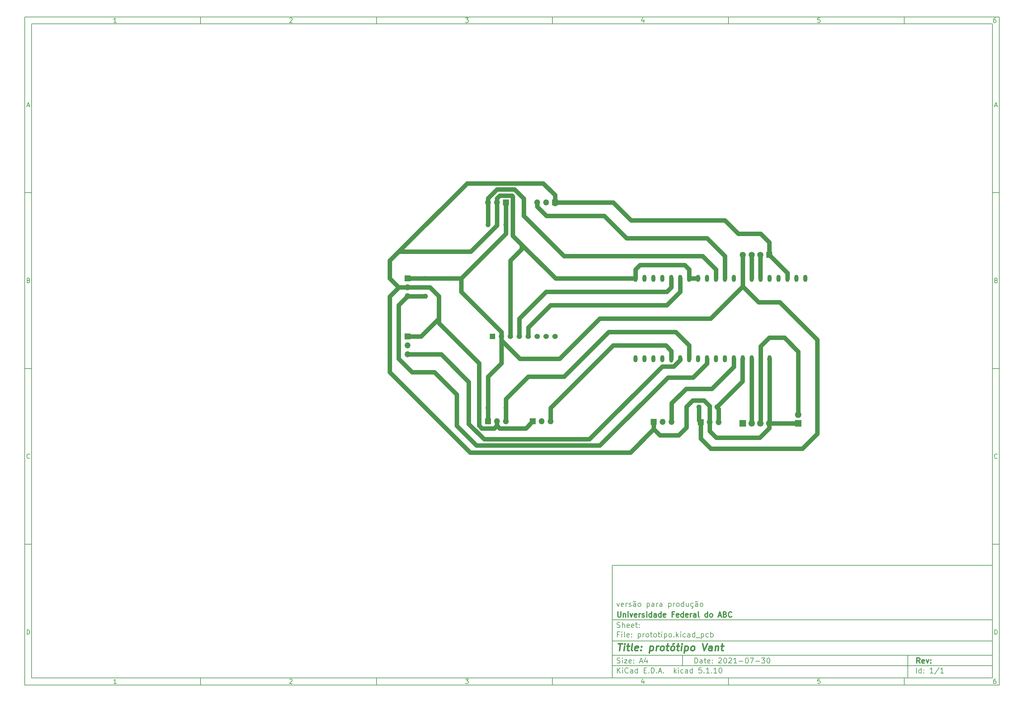
<source format=gbr>
%TF.GenerationSoftware,KiCad,Pcbnew,5.1.10*%
%TF.CreationDate,2021-08-11T12:17:18-03:00*%
%TF.ProjectId,prototipo,70726f74-6f74-4697-906f-2e6b69636164,rev?*%
%TF.SameCoordinates,Original*%
%TF.FileFunction,Copper,L2,Bot*%
%TF.FilePolarity,Positive*%
%FSLAX46Y46*%
G04 Gerber Fmt 4.6, Leading zero omitted, Abs format (unit mm)*
G04 Created by KiCad (PCBNEW 5.1.10) date 2021-08-11 12:17:18*
%MOMM*%
%LPD*%
G01*
G04 APERTURE LIST*
%ADD10C,0.100000*%
%ADD11C,0.150000*%
%ADD12C,0.300000*%
%ADD13C,0.400000*%
%TA.AperFunction,ComponentPad*%
%ADD14R,1.850000X1.850000*%
%TD*%
%TA.AperFunction,ComponentPad*%
%ADD15C,1.850000*%
%TD*%
%TA.AperFunction,ComponentPad*%
%ADD16O,1.200000X2.000000*%
%TD*%
%TA.AperFunction,ComponentPad*%
%ADD17O,1.700000X1.700000*%
%TD*%
%TA.AperFunction,ComponentPad*%
%ADD18R,1.700000X1.700000*%
%TD*%
%TA.AperFunction,ComponentPad*%
%ADD19C,1.400000*%
%TD*%
%TA.AperFunction,ComponentPad*%
%ADD20O,1.400000X1.400000*%
%TD*%
%TA.AperFunction,ComponentPad*%
%ADD21C,1.524000*%
%TD*%
%TA.AperFunction,ComponentPad*%
%ADD22R,1.524000X1.524000*%
%TD*%
%TA.AperFunction,ComponentPad*%
%ADD23R,1.750000X1.750000*%
%TD*%
%TA.AperFunction,ComponentPad*%
%ADD24C,1.750000*%
%TD*%
%TA.AperFunction,Conductor*%
%ADD25C,1.250000*%
%TD*%
%TA.AperFunction,Conductor*%
%ADD26C,0.800000*%
%TD*%
G04 APERTURE END LIST*
D10*
D11*
X177002200Y-166007200D02*
X177002200Y-198007200D01*
X285002200Y-198007200D01*
X285002200Y-166007200D01*
X177002200Y-166007200D01*
D10*
D11*
X10000000Y-10000000D02*
X10000000Y-200007200D01*
X287002200Y-200007200D01*
X287002200Y-10000000D01*
X10000000Y-10000000D01*
D10*
D11*
X12000000Y-12000000D02*
X12000000Y-198007200D01*
X285002200Y-198007200D01*
X285002200Y-12000000D01*
X12000000Y-12000000D01*
D10*
D11*
X60000000Y-12000000D02*
X60000000Y-10000000D01*
D10*
D11*
X110000000Y-12000000D02*
X110000000Y-10000000D01*
D10*
D11*
X160000000Y-12000000D02*
X160000000Y-10000000D01*
D10*
D11*
X210000000Y-12000000D02*
X210000000Y-10000000D01*
D10*
D11*
X260000000Y-12000000D02*
X260000000Y-10000000D01*
D10*
D11*
X36065476Y-11588095D02*
X35322619Y-11588095D01*
X35694047Y-11588095D02*
X35694047Y-10288095D01*
X35570238Y-10473809D01*
X35446428Y-10597619D01*
X35322619Y-10659523D01*
D10*
D11*
X85322619Y-10411904D02*
X85384523Y-10350000D01*
X85508333Y-10288095D01*
X85817857Y-10288095D01*
X85941666Y-10350000D01*
X86003571Y-10411904D01*
X86065476Y-10535714D01*
X86065476Y-10659523D01*
X86003571Y-10845238D01*
X85260714Y-11588095D01*
X86065476Y-11588095D01*
D10*
D11*
X135260714Y-10288095D02*
X136065476Y-10288095D01*
X135632142Y-10783333D01*
X135817857Y-10783333D01*
X135941666Y-10845238D01*
X136003571Y-10907142D01*
X136065476Y-11030952D01*
X136065476Y-11340476D01*
X136003571Y-11464285D01*
X135941666Y-11526190D01*
X135817857Y-11588095D01*
X135446428Y-11588095D01*
X135322619Y-11526190D01*
X135260714Y-11464285D01*
D10*
D11*
X185941666Y-10721428D02*
X185941666Y-11588095D01*
X185632142Y-10226190D02*
X185322619Y-11154761D01*
X186127380Y-11154761D01*
D10*
D11*
X236003571Y-10288095D02*
X235384523Y-10288095D01*
X235322619Y-10907142D01*
X235384523Y-10845238D01*
X235508333Y-10783333D01*
X235817857Y-10783333D01*
X235941666Y-10845238D01*
X236003571Y-10907142D01*
X236065476Y-11030952D01*
X236065476Y-11340476D01*
X236003571Y-11464285D01*
X235941666Y-11526190D01*
X235817857Y-11588095D01*
X235508333Y-11588095D01*
X235384523Y-11526190D01*
X235322619Y-11464285D01*
D10*
D11*
X285941666Y-10288095D02*
X285694047Y-10288095D01*
X285570238Y-10350000D01*
X285508333Y-10411904D01*
X285384523Y-10597619D01*
X285322619Y-10845238D01*
X285322619Y-11340476D01*
X285384523Y-11464285D01*
X285446428Y-11526190D01*
X285570238Y-11588095D01*
X285817857Y-11588095D01*
X285941666Y-11526190D01*
X286003571Y-11464285D01*
X286065476Y-11340476D01*
X286065476Y-11030952D01*
X286003571Y-10907142D01*
X285941666Y-10845238D01*
X285817857Y-10783333D01*
X285570238Y-10783333D01*
X285446428Y-10845238D01*
X285384523Y-10907142D01*
X285322619Y-11030952D01*
D10*
D11*
X60000000Y-198007200D02*
X60000000Y-200007200D01*
D10*
D11*
X110000000Y-198007200D02*
X110000000Y-200007200D01*
D10*
D11*
X160000000Y-198007200D02*
X160000000Y-200007200D01*
D10*
D11*
X210000000Y-198007200D02*
X210000000Y-200007200D01*
D10*
D11*
X260000000Y-198007200D02*
X260000000Y-200007200D01*
D10*
D11*
X36065476Y-199595295D02*
X35322619Y-199595295D01*
X35694047Y-199595295D02*
X35694047Y-198295295D01*
X35570238Y-198481009D01*
X35446428Y-198604819D01*
X35322619Y-198666723D01*
D10*
D11*
X85322619Y-198419104D02*
X85384523Y-198357200D01*
X85508333Y-198295295D01*
X85817857Y-198295295D01*
X85941666Y-198357200D01*
X86003571Y-198419104D01*
X86065476Y-198542914D01*
X86065476Y-198666723D01*
X86003571Y-198852438D01*
X85260714Y-199595295D01*
X86065476Y-199595295D01*
D10*
D11*
X135260714Y-198295295D02*
X136065476Y-198295295D01*
X135632142Y-198790533D01*
X135817857Y-198790533D01*
X135941666Y-198852438D01*
X136003571Y-198914342D01*
X136065476Y-199038152D01*
X136065476Y-199347676D01*
X136003571Y-199471485D01*
X135941666Y-199533390D01*
X135817857Y-199595295D01*
X135446428Y-199595295D01*
X135322619Y-199533390D01*
X135260714Y-199471485D01*
D10*
D11*
X185941666Y-198728628D02*
X185941666Y-199595295D01*
X185632142Y-198233390D02*
X185322619Y-199161961D01*
X186127380Y-199161961D01*
D10*
D11*
X236003571Y-198295295D02*
X235384523Y-198295295D01*
X235322619Y-198914342D01*
X235384523Y-198852438D01*
X235508333Y-198790533D01*
X235817857Y-198790533D01*
X235941666Y-198852438D01*
X236003571Y-198914342D01*
X236065476Y-199038152D01*
X236065476Y-199347676D01*
X236003571Y-199471485D01*
X235941666Y-199533390D01*
X235817857Y-199595295D01*
X235508333Y-199595295D01*
X235384523Y-199533390D01*
X235322619Y-199471485D01*
D10*
D11*
X285941666Y-198295295D02*
X285694047Y-198295295D01*
X285570238Y-198357200D01*
X285508333Y-198419104D01*
X285384523Y-198604819D01*
X285322619Y-198852438D01*
X285322619Y-199347676D01*
X285384523Y-199471485D01*
X285446428Y-199533390D01*
X285570238Y-199595295D01*
X285817857Y-199595295D01*
X285941666Y-199533390D01*
X286003571Y-199471485D01*
X286065476Y-199347676D01*
X286065476Y-199038152D01*
X286003571Y-198914342D01*
X285941666Y-198852438D01*
X285817857Y-198790533D01*
X285570238Y-198790533D01*
X285446428Y-198852438D01*
X285384523Y-198914342D01*
X285322619Y-199038152D01*
D10*
D11*
X10000000Y-60000000D02*
X12000000Y-60000000D01*
D10*
D11*
X10000000Y-110000000D02*
X12000000Y-110000000D01*
D10*
D11*
X10000000Y-160000000D02*
X12000000Y-160000000D01*
D10*
D11*
X10690476Y-35216666D02*
X11309523Y-35216666D01*
X10566666Y-35588095D02*
X11000000Y-34288095D01*
X11433333Y-35588095D01*
D10*
D11*
X11092857Y-84907142D02*
X11278571Y-84969047D01*
X11340476Y-85030952D01*
X11402380Y-85154761D01*
X11402380Y-85340476D01*
X11340476Y-85464285D01*
X11278571Y-85526190D01*
X11154761Y-85588095D01*
X10659523Y-85588095D01*
X10659523Y-84288095D01*
X11092857Y-84288095D01*
X11216666Y-84350000D01*
X11278571Y-84411904D01*
X11340476Y-84535714D01*
X11340476Y-84659523D01*
X11278571Y-84783333D01*
X11216666Y-84845238D01*
X11092857Y-84907142D01*
X10659523Y-84907142D01*
D10*
D11*
X11402380Y-135464285D02*
X11340476Y-135526190D01*
X11154761Y-135588095D01*
X11030952Y-135588095D01*
X10845238Y-135526190D01*
X10721428Y-135402380D01*
X10659523Y-135278571D01*
X10597619Y-135030952D01*
X10597619Y-134845238D01*
X10659523Y-134597619D01*
X10721428Y-134473809D01*
X10845238Y-134350000D01*
X11030952Y-134288095D01*
X11154761Y-134288095D01*
X11340476Y-134350000D01*
X11402380Y-134411904D01*
D10*
D11*
X10659523Y-185588095D02*
X10659523Y-184288095D01*
X10969047Y-184288095D01*
X11154761Y-184350000D01*
X11278571Y-184473809D01*
X11340476Y-184597619D01*
X11402380Y-184845238D01*
X11402380Y-185030952D01*
X11340476Y-185278571D01*
X11278571Y-185402380D01*
X11154761Y-185526190D01*
X10969047Y-185588095D01*
X10659523Y-185588095D01*
D10*
D11*
X287002200Y-60000000D02*
X285002200Y-60000000D01*
D10*
D11*
X287002200Y-110000000D02*
X285002200Y-110000000D01*
D10*
D11*
X287002200Y-160000000D02*
X285002200Y-160000000D01*
D10*
D11*
X285692676Y-35216666D02*
X286311723Y-35216666D01*
X285568866Y-35588095D02*
X286002200Y-34288095D01*
X286435533Y-35588095D01*
D10*
D11*
X286095057Y-84907142D02*
X286280771Y-84969047D01*
X286342676Y-85030952D01*
X286404580Y-85154761D01*
X286404580Y-85340476D01*
X286342676Y-85464285D01*
X286280771Y-85526190D01*
X286156961Y-85588095D01*
X285661723Y-85588095D01*
X285661723Y-84288095D01*
X286095057Y-84288095D01*
X286218866Y-84350000D01*
X286280771Y-84411904D01*
X286342676Y-84535714D01*
X286342676Y-84659523D01*
X286280771Y-84783333D01*
X286218866Y-84845238D01*
X286095057Y-84907142D01*
X285661723Y-84907142D01*
D10*
D11*
X286404580Y-135464285D02*
X286342676Y-135526190D01*
X286156961Y-135588095D01*
X286033152Y-135588095D01*
X285847438Y-135526190D01*
X285723628Y-135402380D01*
X285661723Y-135278571D01*
X285599819Y-135030952D01*
X285599819Y-134845238D01*
X285661723Y-134597619D01*
X285723628Y-134473809D01*
X285847438Y-134350000D01*
X286033152Y-134288095D01*
X286156961Y-134288095D01*
X286342676Y-134350000D01*
X286404580Y-134411904D01*
D10*
D11*
X285661723Y-185588095D02*
X285661723Y-184288095D01*
X285971247Y-184288095D01*
X286156961Y-184350000D01*
X286280771Y-184473809D01*
X286342676Y-184597619D01*
X286404580Y-184845238D01*
X286404580Y-185030952D01*
X286342676Y-185278571D01*
X286280771Y-185402380D01*
X286156961Y-185526190D01*
X285971247Y-185588095D01*
X285661723Y-185588095D01*
D10*
D11*
X200434342Y-193785771D02*
X200434342Y-192285771D01*
X200791485Y-192285771D01*
X201005771Y-192357200D01*
X201148628Y-192500057D01*
X201220057Y-192642914D01*
X201291485Y-192928628D01*
X201291485Y-193142914D01*
X201220057Y-193428628D01*
X201148628Y-193571485D01*
X201005771Y-193714342D01*
X200791485Y-193785771D01*
X200434342Y-193785771D01*
X202577200Y-193785771D02*
X202577200Y-193000057D01*
X202505771Y-192857200D01*
X202362914Y-192785771D01*
X202077200Y-192785771D01*
X201934342Y-192857200D01*
X202577200Y-193714342D02*
X202434342Y-193785771D01*
X202077200Y-193785771D01*
X201934342Y-193714342D01*
X201862914Y-193571485D01*
X201862914Y-193428628D01*
X201934342Y-193285771D01*
X202077200Y-193214342D01*
X202434342Y-193214342D01*
X202577200Y-193142914D01*
X203077200Y-192785771D02*
X203648628Y-192785771D01*
X203291485Y-192285771D02*
X203291485Y-193571485D01*
X203362914Y-193714342D01*
X203505771Y-193785771D01*
X203648628Y-193785771D01*
X204720057Y-193714342D02*
X204577200Y-193785771D01*
X204291485Y-193785771D01*
X204148628Y-193714342D01*
X204077200Y-193571485D01*
X204077200Y-193000057D01*
X204148628Y-192857200D01*
X204291485Y-192785771D01*
X204577200Y-192785771D01*
X204720057Y-192857200D01*
X204791485Y-193000057D01*
X204791485Y-193142914D01*
X204077200Y-193285771D01*
X205434342Y-193642914D02*
X205505771Y-193714342D01*
X205434342Y-193785771D01*
X205362914Y-193714342D01*
X205434342Y-193642914D01*
X205434342Y-193785771D01*
X205434342Y-192857200D02*
X205505771Y-192928628D01*
X205434342Y-193000057D01*
X205362914Y-192928628D01*
X205434342Y-192857200D01*
X205434342Y-193000057D01*
X207220057Y-192428628D02*
X207291485Y-192357200D01*
X207434342Y-192285771D01*
X207791485Y-192285771D01*
X207934342Y-192357200D01*
X208005771Y-192428628D01*
X208077200Y-192571485D01*
X208077200Y-192714342D01*
X208005771Y-192928628D01*
X207148628Y-193785771D01*
X208077200Y-193785771D01*
X209005771Y-192285771D02*
X209148628Y-192285771D01*
X209291485Y-192357200D01*
X209362914Y-192428628D01*
X209434342Y-192571485D01*
X209505771Y-192857200D01*
X209505771Y-193214342D01*
X209434342Y-193500057D01*
X209362914Y-193642914D01*
X209291485Y-193714342D01*
X209148628Y-193785771D01*
X209005771Y-193785771D01*
X208862914Y-193714342D01*
X208791485Y-193642914D01*
X208720057Y-193500057D01*
X208648628Y-193214342D01*
X208648628Y-192857200D01*
X208720057Y-192571485D01*
X208791485Y-192428628D01*
X208862914Y-192357200D01*
X209005771Y-192285771D01*
X210077200Y-192428628D02*
X210148628Y-192357200D01*
X210291485Y-192285771D01*
X210648628Y-192285771D01*
X210791485Y-192357200D01*
X210862914Y-192428628D01*
X210934342Y-192571485D01*
X210934342Y-192714342D01*
X210862914Y-192928628D01*
X210005771Y-193785771D01*
X210934342Y-193785771D01*
X212362914Y-193785771D02*
X211505771Y-193785771D01*
X211934342Y-193785771D02*
X211934342Y-192285771D01*
X211791485Y-192500057D01*
X211648628Y-192642914D01*
X211505771Y-192714342D01*
X213005771Y-193214342D02*
X214148628Y-193214342D01*
X215148628Y-192285771D02*
X215291485Y-192285771D01*
X215434342Y-192357200D01*
X215505771Y-192428628D01*
X215577200Y-192571485D01*
X215648628Y-192857200D01*
X215648628Y-193214342D01*
X215577200Y-193500057D01*
X215505771Y-193642914D01*
X215434342Y-193714342D01*
X215291485Y-193785771D01*
X215148628Y-193785771D01*
X215005771Y-193714342D01*
X214934342Y-193642914D01*
X214862914Y-193500057D01*
X214791485Y-193214342D01*
X214791485Y-192857200D01*
X214862914Y-192571485D01*
X214934342Y-192428628D01*
X215005771Y-192357200D01*
X215148628Y-192285771D01*
X216148628Y-192285771D02*
X217148628Y-192285771D01*
X216505771Y-193785771D01*
X217720057Y-193214342D02*
X218862914Y-193214342D01*
X219434342Y-192285771D02*
X220362914Y-192285771D01*
X219862914Y-192857200D01*
X220077200Y-192857200D01*
X220220057Y-192928628D01*
X220291485Y-193000057D01*
X220362914Y-193142914D01*
X220362914Y-193500057D01*
X220291485Y-193642914D01*
X220220057Y-193714342D01*
X220077200Y-193785771D01*
X219648628Y-193785771D01*
X219505771Y-193714342D01*
X219434342Y-193642914D01*
X221291485Y-192285771D02*
X221434342Y-192285771D01*
X221577200Y-192357200D01*
X221648628Y-192428628D01*
X221720057Y-192571485D01*
X221791485Y-192857200D01*
X221791485Y-193214342D01*
X221720057Y-193500057D01*
X221648628Y-193642914D01*
X221577200Y-193714342D01*
X221434342Y-193785771D01*
X221291485Y-193785771D01*
X221148628Y-193714342D01*
X221077200Y-193642914D01*
X221005771Y-193500057D01*
X220934342Y-193214342D01*
X220934342Y-192857200D01*
X221005771Y-192571485D01*
X221077200Y-192428628D01*
X221148628Y-192357200D01*
X221291485Y-192285771D01*
D10*
D11*
X177002200Y-194507200D02*
X285002200Y-194507200D01*
D10*
D11*
X178434342Y-196585771D02*
X178434342Y-195085771D01*
X179291485Y-196585771D02*
X178648628Y-195728628D01*
X179291485Y-195085771D02*
X178434342Y-195942914D01*
X179934342Y-196585771D02*
X179934342Y-195585771D01*
X179934342Y-195085771D02*
X179862914Y-195157200D01*
X179934342Y-195228628D01*
X180005771Y-195157200D01*
X179934342Y-195085771D01*
X179934342Y-195228628D01*
X181505771Y-196442914D02*
X181434342Y-196514342D01*
X181220057Y-196585771D01*
X181077200Y-196585771D01*
X180862914Y-196514342D01*
X180720057Y-196371485D01*
X180648628Y-196228628D01*
X180577200Y-195942914D01*
X180577200Y-195728628D01*
X180648628Y-195442914D01*
X180720057Y-195300057D01*
X180862914Y-195157200D01*
X181077200Y-195085771D01*
X181220057Y-195085771D01*
X181434342Y-195157200D01*
X181505771Y-195228628D01*
X182791485Y-196585771D02*
X182791485Y-195800057D01*
X182720057Y-195657200D01*
X182577200Y-195585771D01*
X182291485Y-195585771D01*
X182148628Y-195657200D01*
X182791485Y-196514342D02*
X182648628Y-196585771D01*
X182291485Y-196585771D01*
X182148628Y-196514342D01*
X182077200Y-196371485D01*
X182077200Y-196228628D01*
X182148628Y-196085771D01*
X182291485Y-196014342D01*
X182648628Y-196014342D01*
X182791485Y-195942914D01*
X184148628Y-196585771D02*
X184148628Y-195085771D01*
X184148628Y-196514342D02*
X184005771Y-196585771D01*
X183720057Y-196585771D01*
X183577200Y-196514342D01*
X183505771Y-196442914D01*
X183434342Y-196300057D01*
X183434342Y-195871485D01*
X183505771Y-195728628D01*
X183577200Y-195657200D01*
X183720057Y-195585771D01*
X184005771Y-195585771D01*
X184148628Y-195657200D01*
X186005771Y-195800057D02*
X186505771Y-195800057D01*
X186720057Y-196585771D02*
X186005771Y-196585771D01*
X186005771Y-195085771D01*
X186720057Y-195085771D01*
X187362914Y-196442914D02*
X187434342Y-196514342D01*
X187362914Y-196585771D01*
X187291485Y-196514342D01*
X187362914Y-196442914D01*
X187362914Y-196585771D01*
X188077200Y-196585771D02*
X188077200Y-195085771D01*
X188434342Y-195085771D01*
X188648628Y-195157200D01*
X188791485Y-195300057D01*
X188862914Y-195442914D01*
X188934342Y-195728628D01*
X188934342Y-195942914D01*
X188862914Y-196228628D01*
X188791485Y-196371485D01*
X188648628Y-196514342D01*
X188434342Y-196585771D01*
X188077200Y-196585771D01*
X189577200Y-196442914D02*
X189648628Y-196514342D01*
X189577200Y-196585771D01*
X189505771Y-196514342D01*
X189577200Y-196442914D01*
X189577200Y-196585771D01*
X190220057Y-196157200D02*
X190934342Y-196157200D01*
X190077200Y-196585771D02*
X190577200Y-195085771D01*
X191077200Y-196585771D01*
X191577200Y-196442914D02*
X191648628Y-196514342D01*
X191577200Y-196585771D01*
X191505771Y-196514342D01*
X191577200Y-196442914D01*
X191577200Y-196585771D01*
X194577200Y-196585771D02*
X194577200Y-195085771D01*
X194720057Y-196014342D02*
X195148628Y-196585771D01*
X195148628Y-195585771D02*
X194577200Y-196157200D01*
X195791485Y-196585771D02*
X195791485Y-195585771D01*
X195791485Y-195085771D02*
X195720057Y-195157200D01*
X195791485Y-195228628D01*
X195862914Y-195157200D01*
X195791485Y-195085771D01*
X195791485Y-195228628D01*
X197148628Y-196514342D02*
X197005771Y-196585771D01*
X196720057Y-196585771D01*
X196577200Y-196514342D01*
X196505771Y-196442914D01*
X196434342Y-196300057D01*
X196434342Y-195871485D01*
X196505771Y-195728628D01*
X196577200Y-195657200D01*
X196720057Y-195585771D01*
X197005771Y-195585771D01*
X197148628Y-195657200D01*
X198434342Y-196585771D02*
X198434342Y-195800057D01*
X198362914Y-195657200D01*
X198220057Y-195585771D01*
X197934342Y-195585771D01*
X197791485Y-195657200D01*
X198434342Y-196514342D02*
X198291485Y-196585771D01*
X197934342Y-196585771D01*
X197791485Y-196514342D01*
X197720057Y-196371485D01*
X197720057Y-196228628D01*
X197791485Y-196085771D01*
X197934342Y-196014342D01*
X198291485Y-196014342D01*
X198434342Y-195942914D01*
X199791485Y-196585771D02*
X199791485Y-195085771D01*
X199791485Y-196514342D02*
X199648628Y-196585771D01*
X199362914Y-196585771D01*
X199220057Y-196514342D01*
X199148628Y-196442914D01*
X199077200Y-196300057D01*
X199077200Y-195871485D01*
X199148628Y-195728628D01*
X199220057Y-195657200D01*
X199362914Y-195585771D01*
X199648628Y-195585771D01*
X199791485Y-195657200D01*
X202362914Y-195085771D02*
X201648628Y-195085771D01*
X201577200Y-195800057D01*
X201648628Y-195728628D01*
X201791485Y-195657200D01*
X202148628Y-195657200D01*
X202291485Y-195728628D01*
X202362914Y-195800057D01*
X202434342Y-195942914D01*
X202434342Y-196300057D01*
X202362914Y-196442914D01*
X202291485Y-196514342D01*
X202148628Y-196585771D01*
X201791485Y-196585771D01*
X201648628Y-196514342D01*
X201577200Y-196442914D01*
X203077200Y-196442914D02*
X203148628Y-196514342D01*
X203077200Y-196585771D01*
X203005771Y-196514342D01*
X203077200Y-196442914D01*
X203077200Y-196585771D01*
X204577200Y-196585771D02*
X203720057Y-196585771D01*
X204148628Y-196585771D02*
X204148628Y-195085771D01*
X204005771Y-195300057D01*
X203862914Y-195442914D01*
X203720057Y-195514342D01*
X205220057Y-196442914D02*
X205291485Y-196514342D01*
X205220057Y-196585771D01*
X205148628Y-196514342D01*
X205220057Y-196442914D01*
X205220057Y-196585771D01*
X206720057Y-196585771D02*
X205862914Y-196585771D01*
X206291485Y-196585771D02*
X206291485Y-195085771D01*
X206148628Y-195300057D01*
X206005771Y-195442914D01*
X205862914Y-195514342D01*
X207648628Y-195085771D02*
X207791485Y-195085771D01*
X207934342Y-195157200D01*
X208005771Y-195228628D01*
X208077200Y-195371485D01*
X208148628Y-195657200D01*
X208148628Y-196014342D01*
X208077200Y-196300057D01*
X208005771Y-196442914D01*
X207934342Y-196514342D01*
X207791485Y-196585771D01*
X207648628Y-196585771D01*
X207505771Y-196514342D01*
X207434342Y-196442914D01*
X207362914Y-196300057D01*
X207291485Y-196014342D01*
X207291485Y-195657200D01*
X207362914Y-195371485D01*
X207434342Y-195228628D01*
X207505771Y-195157200D01*
X207648628Y-195085771D01*
D10*
D11*
X177002200Y-191507200D02*
X285002200Y-191507200D01*
D10*
D12*
X264411485Y-193785771D02*
X263911485Y-193071485D01*
X263554342Y-193785771D02*
X263554342Y-192285771D01*
X264125771Y-192285771D01*
X264268628Y-192357200D01*
X264340057Y-192428628D01*
X264411485Y-192571485D01*
X264411485Y-192785771D01*
X264340057Y-192928628D01*
X264268628Y-193000057D01*
X264125771Y-193071485D01*
X263554342Y-193071485D01*
X265625771Y-193714342D02*
X265482914Y-193785771D01*
X265197200Y-193785771D01*
X265054342Y-193714342D01*
X264982914Y-193571485D01*
X264982914Y-193000057D01*
X265054342Y-192857200D01*
X265197200Y-192785771D01*
X265482914Y-192785771D01*
X265625771Y-192857200D01*
X265697200Y-193000057D01*
X265697200Y-193142914D01*
X264982914Y-193285771D01*
X266197200Y-192785771D02*
X266554342Y-193785771D01*
X266911485Y-192785771D01*
X267482914Y-193642914D02*
X267554342Y-193714342D01*
X267482914Y-193785771D01*
X267411485Y-193714342D01*
X267482914Y-193642914D01*
X267482914Y-193785771D01*
X267482914Y-192857200D02*
X267554342Y-192928628D01*
X267482914Y-193000057D01*
X267411485Y-192928628D01*
X267482914Y-192857200D01*
X267482914Y-193000057D01*
D10*
D11*
X178362914Y-193714342D02*
X178577200Y-193785771D01*
X178934342Y-193785771D01*
X179077200Y-193714342D01*
X179148628Y-193642914D01*
X179220057Y-193500057D01*
X179220057Y-193357200D01*
X179148628Y-193214342D01*
X179077200Y-193142914D01*
X178934342Y-193071485D01*
X178648628Y-193000057D01*
X178505771Y-192928628D01*
X178434342Y-192857200D01*
X178362914Y-192714342D01*
X178362914Y-192571485D01*
X178434342Y-192428628D01*
X178505771Y-192357200D01*
X178648628Y-192285771D01*
X179005771Y-192285771D01*
X179220057Y-192357200D01*
X179862914Y-193785771D02*
X179862914Y-192785771D01*
X179862914Y-192285771D02*
X179791485Y-192357200D01*
X179862914Y-192428628D01*
X179934342Y-192357200D01*
X179862914Y-192285771D01*
X179862914Y-192428628D01*
X180434342Y-192785771D02*
X181220057Y-192785771D01*
X180434342Y-193785771D01*
X181220057Y-193785771D01*
X182362914Y-193714342D02*
X182220057Y-193785771D01*
X181934342Y-193785771D01*
X181791485Y-193714342D01*
X181720057Y-193571485D01*
X181720057Y-193000057D01*
X181791485Y-192857200D01*
X181934342Y-192785771D01*
X182220057Y-192785771D01*
X182362914Y-192857200D01*
X182434342Y-193000057D01*
X182434342Y-193142914D01*
X181720057Y-193285771D01*
X183077200Y-193642914D02*
X183148628Y-193714342D01*
X183077200Y-193785771D01*
X183005771Y-193714342D01*
X183077200Y-193642914D01*
X183077200Y-193785771D01*
X183077200Y-192857200D02*
X183148628Y-192928628D01*
X183077200Y-193000057D01*
X183005771Y-192928628D01*
X183077200Y-192857200D01*
X183077200Y-193000057D01*
X184862914Y-193357200D02*
X185577200Y-193357200D01*
X184720057Y-193785771D02*
X185220057Y-192285771D01*
X185720057Y-193785771D01*
X186862914Y-192785771D02*
X186862914Y-193785771D01*
X186505771Y-192214342D02*
X186148628Y-193285771D01*
X187077200Y-193285771D01*
D10*
D11*
X263434342Y-196585771D02*
X263434342Y-195085771D01*
X264791485Y-196585771D02*
X264791485Y-195085771D01*
X264791485Y-196514342D02*
X264648628Y-196585771D01*
X264362914Y-196585771D01*
X264220057Y-196514342D01*
X264148628Y-196442914D01*
X264077200Y-196300057D01*
X264077200Y-195871485D01*
X264148628Y-195728628D01*
X264220057Y-195657200D01*
X264362914Y-195585771D01*
X264648628Y-195585771D01*
X264791485Y-195657200D01*
X265505771Y-196442914D02*
X265577200Y-196514342D01*
X265505771Y-196585771D01*
X265434342Y-196514342D01*
X265505771Y-196442914D01*
X265505771Y-196585771D01*
X265505771Y-195657200D02*
X265577200Y-195728628D01*
X265505771Y-195800057D01*
X265434342Y-195728628D01*
X265505771Y-195657200D01*
X265505771Y-195800057D01*
X268148628Y-196585771D02*
X267291485Y-196585771D01*
X267720057Y-196585771D02*
X267720057Y-195085771D01*
X267577200Y-195300057D01*
X267434342Y-195442914D01*
X267291485Y-195514342D01*
X269862914Y-195014342D02*
X268577200Y-196942914D01*
X271148628Y-196585771D02*
X270291485Y-196585771D01*
X270720057Y-196585771D02*
X270720057Y-195085771D01*
X270577200Y-195300057D01*
X270434342Y-195442914D01*
X270291485Y-195514342D01*
D10*
D11*
X177002200Y-187507200D02*
X285002200Y-187507200D01*
D10*
D13*
X178714580Y-188211961D02*
X179857438Y-188211961D01*
X179036009Y-190211961D02*
X179286009Y-188211961D01*
X180274104Y-190211961D02*
X180440771Y-188878628D01*
X180524104Y-188211961D02*
X180416961Y-188307200D01*
X180500295Y-188402438D01*
X180607438Y-188307200D01*
X180524104Y-188211961D01*
X180500295Y-188402438D01*
X181107438Y-188878628D02*
X181869342Y-188878628D01*
X181476485Y-188211961D02*
X181262200Y-189926247D01*
X181333628Y-190116723D01*
X181512200Y-190211961D01*
X181702676Y-190211961D01*
X182655057Y-190211961D02*
X182476485Y-190116723D01*
X182405057Y-189926247D01*
X182619342Y-188211961D01*
X184190771Y-190116723D02*
X183988390Y-190211961D01*
X183607438Y-190211961D01*
X183428866Y-190116723D01*
X183357438Y-189926247D01*
X183452676Y-189164342D01*
X183571723Y-188973866D01*
X183774104Y-188878628D01*
X184155057Y-188878628D01*
X184333628Y-188973866D01*
X184405057Y-189164342D01*
X184381247Y-189354819D01*
X183405057Y-189545295D01*
X185155057Y-190021485D02*
X185238390Y-190116723D01*
X185131247Y-190211961D01*
X185047914Y-190116723D01*
X185155057Y-190021485D01*
X185131247Y-190211961D01*
X185286009Y-188973866D02*
X185369342Y-189069104D01*
X185262200Y-189164342D01*
X185178866Y-189069104D01*
X185286009Y-188973866D01*
X185262200Y-189164342D01*
X187774104Y-188878628D02*
X187524104Y-190878628D01*
X187762200Y-188973866D02*
X187964580Y-188878628D01*
X188345533Y-188878628D01*
X188524104Y-188973866D01*
X188607438Y-189069104D01*
X188678866Y-189259580D01*
X188607438Y-189831009D01*
X188488390Y-190021485D01*
X188381247Y-190116723D01*
X188178866Y-190211961D01*
X187797914Y-190211961D01*
X187619342Y-190116723D01*
X189416961Y-190211961D02*
X189583628Y-188878628D01*
X189536009Y-189259580D02*
X189655057Y-189069104D01*
X189762200Y-188973866D01*
X189964580Y-188878628D01*
X190155057Y-188878628D01*
X190940771Y-190211961D02*
X190762200Y-190116723D01*
X190678866Y-190021485D01*
X190607438Y-189831009D01*
X190678866Y-189259580D01*
X190797914Y-189069104D01*
X190905057Y-188973866D01*
X191107438Y-188878628D01*
X191393152Y-188878628D01*
X191571723Y-188973866D01*
X191655057Y-189069104D01*
X191726485Y-189259580D01*
X191655057Y-189831009D01*
X191536009Y-190021485D01*
X191428866Y-190116723D01*
X191226485Y-190211961D01*
X190940771Y-190211961D01*
X192345533Y-188878628D02*
X193107438Y-188878628D01*
X192714580Y-188211961D02*
X192500295Y-189926247D01*
X192571723Y-190116723D01*
X192750295Y-190211961D01*
X192940771Y-190211961D01*
X193893152Y-190211961D02*
X193714580Y-190116723D01*
X193631247Y-190021485D01*
X193559819Y-189831009D01*
X193631247Y-189259580D01*
X193750295Y-189069104D01*
X193857438Y-188973866D01*
X194059819Y-188878628D01*
X194345533Y-188878628D01*
X194524104Y-188973866D01*
X194607438Y-189069104D01*
X194678866Y-189259580D01*
X194607438Y-189831009D01*
X194488390Y-190021485D01*
X194381247Y-190116723D01*
X194178866Y-190211961D01*
X193893152Y-190211961D01*
X194536009Y-188116723D02*
X194214580Y-188402438D01*
X195297914Y-188878628D02*
X196059819Y-188878628D01*
X195666961Y-188211961D02*
X195452676Y-189926247D01*
X195524104Y-190116723D01*
X195702676Y-190211961D01*
X195893152Y-190211961D01*
X196559819Y-190211961D02*
X196726485Y-188878628D01*
X196809819Y-188211961D02*
X196702676Y-188307200D01*
X196786009Y-188402438D01*
X196893152Y-188307200D01*
X196809819Y-188211961D01*
X196786009Y-188402438D01*
X197678866Y-188878628D02*
X197428866Y-190878628D01*
X197666961Y-188973866D02*
X197869342Y-188878628D01*
X198250295Y-188878628D01*
X198428866Y-188973866D01*
X198512200Y-189069104D01*
X198583628Y-189259580D01*
X198512200Y-189831009D01*
X198393152Y-190021485D01*
X198286009Y-190116723D01*
X198083628Y-190211961D01*
X197702676Y-190211961D01*
X197524104Y-190116723D01*
X199607438Y-190211961D02*
X199428866Y-190116723D01*
X199345533Y-190021485D01*
X199274104Y-189831009D01*
X199345533Y-189259580D01*
X199464580Y-189069104D01*
X199571723Y-188973866D01*
X199774104Y-188878628D01*
X200059819Y-188878628D01*
X200238390Y-188973866D01*
X200321723Y-189069104D01*
X200393152Y-189259580D01*
X200321723Y-189831009D01*
X200202676Y-190021485D01*
X200095533Y-190116723D01*
X199893152Y-190211961D01*
X199607438Y-190211961D01*
X202619342Y-188211961D02*
X203036009Y-190211961D01*
X203952676Y-188211961D01*
X205226485Y-190211961D02*
X205357438Y-189164342D01*
X205286009Y-188973866D01*
X205107438Y-188878628D01*
X204726485Y-188878628D01*
X204524104Y-188973866D01*
X205238390Y-190116723D02*
X205036009Y-190211961D01*
X204559819Y-190211961D01*
X204381247Y-190116723D01*
X204309819Y-189926247D01*
X204333628Y-189735771D01*
X204452676Y-189545295D01*
X204655057Y-189450057D01*
X205131247Y-189450057D01*
X205333628Y-189354819D01*
X206345533Y-188878628D02*
X206178866Y-190211961D01*
X206321723Y-189069104D02*
X206428866Y-188973866D01*
X206631247Y-188878628D01*
X206916961Y-188878628D01*
X207095533Y-188973866D01*
X207166961Y-189164342D01*
X207036009Y-190211961D01*
X207869342Y-188878628D02*
X208631247Y-188878628D01*
X208238390Y-188211961D02*
X208024104Y-189926247D01*
X208095533Y-190116723D01*
X208274104Y-190211961D01*
X208464580Y-190211961D01*
D10*
D11*
X178934342Y-185600057D02*
X178434342Y-185600057D01*
X178434342Y-186385771D02*
X178434342Y-184885771D01*
X179148628Y-184885771D01*
X179720057Y-186385771D02*
X179720057Y-185385771D01*
X179720057Y-184885771D02*
X179648628Y-184957200D01*
X179720057Y-185028628D01*
X179791485Y-184957200D01*
X179720057Y-184885771D01*
X179720057Y-185028628D01*
X180648628Y-186385771D02*
X180505771Y-186314342D01*
X180434342Y-186171485D01*
X180434342Y-184885771D01*
X181791485Y-186314342D02*
X181648628Y-186385771D01*
X181362914Y-186385771D01*
X181220057Y-186314342D01*
X181148628Y-186171485D01*
X181148628Y-185600057D01*
X181220057Y-185457200D01*
X181362914Y-185385771D01*
X181648628Y-185385771D01*
X181791485Y-185457200D01*
X181862914Y-185600057D01*
X181862914Y-185742914D01*
X181148628Y-185885771D01*
X182505771Y-186242914D02*
X182577200Y-186314342D01*
X182505771Y-186385771D01*
X182434342Y-186314342D01*
X182505771Y-186242914D01*
X182505771Y-186385771D01*
X182505771Y-185457200D02*
X182577200Y-185528628D01*
X182505771Y-185600057D01*
X182434342Y-185528628D01*
X182505771Y-185457200D01*
X182505771Y-185600057D01*
X184362914Y-185385771D02*
X184362914Y-186885771D01*
X184362914Y-185457200D02*
X184505771Y-185385771D01*
X184791485Y-185385771D01*
X184934342Y-185457200D01*
X185005771Y-185528628D01*
X185077200Y-185671485D01*
X185077200Y-186100057D01*
X185005771Y-186242914D01*
X184934342Y-186314342D01*
X184791485Y-186385771D01*
X184505771Y-186385771D01*
X184362914Y-186314342D01*
X185720057Y-186385771D02*
X185720057Y-185385771D01*
X185720057Y-185671485D02*
X185791485Y-185528628D01*
X185862914Y-185457200D01*
X186005771Y-185385771D01*
X186148628Y-185385771D01*
X186862914Y-186385771D02*
X186720057Y-186314342D01*
X186648628Y-186242914D01*
X186577200Y-186100057D01*
X186577200Y-185671485D01*
X186648628Y-185528628D01*
X186720057Y-185457200D01*
X186862914Y-185385771D01*
X187077200Y-185385771D01*
X187220057Y-185457200D01*
X187291485Y-185528628D01*
X187362914Y-185671485D01*
X187362914Y-186100057D01*
X187291485Y-186242914D01*
X187220057Y-186314342D01*
X187077200Y-186385771D01*
X186862914Y-186385771D01*
X187791485Y-185385771D02*
X188362914Y-185385771D01*
X188005771Y-184885771D02*
X188005771Y-186171485D01*
X188077200Y-186314342D01*
X188220057Y-186385771D01*
X188362914Y-186385771D01*
X189077200Y-186385771D02*
X188934342Y-186314342D01*
X188862914Y-186242914D01*
X188791485Y-186100057D01*
X188791485Y-185671485D01*
X188862914Y-185528628D01*
X188934342Y-185457200D01*
X189077200Y-185385771D01*
X189291485Y-185385771D01*
X189434342Y-185457200D01*
X189505771Y-185528628D01*
X189577200Y-185671485D01*
X189577200Y-186100057D01*
X189505771Y-186242914D01*
X189434342Y-186314342D01*
X189291485Y-186385771D01*
X189077200Y-186385771D01*
X190005771Y-185385771D02*
X190577200Y-185385771D01*
X190220057Y-184885771D02*
X190220057Y-186171485D01*
X190291485Y-186314342D01*
X190434342Y-186385771D01*
X190577200Y-186385771D01*
X191077200Y-186385771D02*
X191077200Y-185385771D01*
X191077200Y-184885771D02*
X191005771Y-184957200D01*
X191077200Y-185028628D01*
X191148628Y-184957200D01*
X191077200Y-184885771D01*
X191077200Y-185028628D01*
X191791485Y-185385771D02*
X191791485Y-186885771D01*
X191791485Y-185457200D02*
X191934342Y-185385771D01*
X192220057Y-185385771D01*
X192362914Y-185457200D01*
X192434342Y-185528628D01*
X192505771Y-185671485D01*
X192505771Y-186100057D01*
X192434342Y-186242914D01*
X192362914Y-186314342D01*
X192220057Y-186385771D01*
X191934342Y-186385771D01*
X191791485Y-186314342D01*
X193362914Y-186385771D02*
X193220057Y-186314342D01*
X193148628Y-186242914D01*
X193077200Y-186100057D01*
X193077200Y-185671485D01*
X193148628Y-185528628D01*
X193220057Y-185457200D01*
X193362914Y-185385771D01*
X193577200Y-185385771D01*
X193720057Y-185457200D01*
X193791485Y-185528628D01*
X193862914Y-185671485D01*
X193862914Y-186100057D01*
X193791485Y-186242914D01*
X193720057Y-186314342D01*
X193577200Y-186385771D01*
X193362914Y-186385771D01*
X194505771Y-186242914D02*
X194577200Y-186314342D01*
X194505771Y-186385771D01*
X194434342Y-186314342D01*
X194505771Y-186242914D01*
X194505771Y-186385771D01*
X195220057Y-186385771D02*
X195220057Y-184885771D01*
X195362914Y-185814342D02*
X195791485Y-186385771D01*
X195791485Y-185385771D02*
X195220057Y-185957200D01*
X196434342Y-186385771D02*
X196434342Y-185385771D01*
X196434342Y-184885771D02*
X196362914Y-184957200D01*
X196434342Y-185028628D01*
X196505771Y-184957200D01*
X196434342Y-184885771D01*
X196434342Y-185028628D01*
X197791485Y-186314342D02*
X197648628Y-186385771D01*
X197362914Y-186385771D01*
X197220057Y-186314342D01*
X197148628Y-186242914D01*
X197077200Y-186100057D01*
X197077200Y-185671485D01*
X197148628Y-185528628D01*
X197220057Y-185457200D01*
X197362914Y-185385771D01*
X197648628Y-185385771D01*
X197791485Y-185457200D01*
X199077200Y-186385771D02*
X199077200Y-185600057D01*
X199005771Y-185457200D01*
X198862914Y-185385771D01*
X198577200Y-185385771D01*
X198434342Y-185457200D01*
X199077200Y-186314342D02*
X198934342Y-186385771D01*
X198577200Y-186385771D01*
X198434342Y-186314342D01*
X198362914Y-186171485D01*
X198362914Y-186028628D01*
X198434342Y-185885771D01*
X198577200Y-185814342D01*
X198934342Y-185814342D01*
X199077200Y-185742914D01*
X200434342Y-186385771D02*
X200434342Y-184885771D01*
X200434342Y-186314342D02*
X200291485Y-186385771D01*
X200005771Y-186385771D01*
X199862914Y-186314342D01*
X199791485Y-186242914D01*
X199720057Y-186100057D01*
X199720057Y-185671485D01*
X199791485Y-185528628D01*
X199862914Y-185457200D01*
X200005771Y-185385771D01*
X200291485Y-185385771D01*
X200434342Y-185457200D01*
X200791485Y-186528628D02*
X201934342Y-186528628D01*
X202291485Y-185385771D02*
X202291485Y-186885771D01*
X202291485Y-185457200D02*
X202434342Y-185385771D01*
X202720057Y-185385771D01*
X202862914Y-185457200D01*
X202934342Y-185528628D01*
X203005771Y-185671485D01*
X203005771Y-186100057D01*
X202934342Y-186242914D01*
X202862914Y-186314342D01*
X202720057Y-186385771D01*
X202434342Y-186385771D01*
X202291485Y-186314342D01*
X204291485Y-186314342D02*
X204148628Y-186385771D01*
X203862914Y-186385771D01*
X203720057Y-186314342D01*
X203648628Y-186242914D01*
X203577200Y-186100057D01*
X203577200Y-185671485D01*
X203648628Y-185528628D01*
X203720057Y-185457200D01*
X203862914Y-185385771D01*
X204148628Y-185385771D01*
X204291485Y-185457200D01*
X204934342Y-186385771D02*
X204934342Y-184885771D01*
X204934342Y-185457200D02*
X205077200Y-185385771D01*
X205362914Y-185385771D01*
X205505771Y-185457200D01*
X205577200Y-185528628D01*
X205648628Y-185671485D01*
X205648628Y-186100057D01*
X205577200Y-186242914D01*
X205505771Y-186314342D01*
X205362914Y-186385771D01*
X205077200Y-186385771D01*
X204934342Y-186314342D01*
D10*
D11*
X177002200Y-181507200D02*
X285002200Y-181507200D01*
D10*
D11*
X178362914Y-183614342D02*
X178577200Y-183685771D01*
X178934342Y-183685771D01*
X179077200Y-183614342D01*
X179148628Y-183542914D01*
X179220057Y-183400057D01*
X179220057Y-183257200D01*
X179148628Y-183114342D01*
X179077200Y-183042914D01*
X178934342Y-182971485D01*
X178648628Y-182900057D01*
X178505771Y-182828628D01*
X178434342Y-182757200D01*
X178362914Y-182614342D01*
X178362914Y-182471485D01*
X178434342Y-182328628D01*
X178505771Y-182257200D01*
X178648628Y-182185771D01*
X179005771Y-182185771D01*
X179220057Y-182257200D01*
X179862914Y-183685771D02*
X179862914Y-182185771D01*
X180505771Y-183685771D02*
X180505771Y-182900057D01*
X180434342Y-182757200D01*
X180291485Y-182685771D01*
X180077200Y-182685771D01*
X179934342Y-182757200D01*
X179862914Y-182828628D01*
X181791485Y-183614342D02*
X181648628Y-183685771D01*
X181362914Y-183685771D01*
X181220057Y-183614342D01*
X181148628Y-183471485D01*
X181148628Y-182900057D01*
X181220057Y-182757200D01*
X181362914Y-182685771D01*
X181648628Y-182685771D01*
X181791485Y-182757200D01*
X181862914Y-182900057D01*
X181862914Y-183042914D01*
X181148628Y-183185771D01*
X183077200Y-183614342D02*
X182934342Y-183685771D01*
X182648628Y-183685771D01*
X182505771Y-183614342D01*
X182434342Y-183471485D01*
X182434342Y-182900057D01*
X182505771Y-182757200D01*
X182648628Y-182685771D01*
X182934342Y-182685771D01*
X183077200Y-182757200D01*
X183148628Y-182900057D01*
X183148628Y-183042914D01*
X182434342Y-183185771D01*
X183577200Y-182685771D02*
X184148628Y-182685771D01*
X183791485Y-182185771D02*
X183791485Y-183471485D01*
X183862914Y-183614342D01*
X184005771Y-183685771D01*
X184148628Y-183685771D01*
X184648628Y-183542914D02*
X184720057Y-183614342D01*
X184648628Y-183685771D01*
X184577200Y-183614342D01*
X184648628Y-183542914D01*
X184648628Y-183685771D01*
X184648628Y-182757200D02*
X184720057Y-182828628D01*
X184648628Y-182900057D01*
X184577200Y-182828628D01*
X184648628Y-182757200D01*
X184648628Y-182900057D01*
D10*
D12*
X178554342Y-179185771D02*
X178554342Y-180400057D01*
X178625771Y-180542914D01*
X178697200Y-180614342D01*
X178840057Y-180685771D01*
X179125771Y-180685771D01*
X179268628Y-180614342D01*
X179340057Y-180542914D01*
X179411485Y-180400057D01*
X179411485Y-179185771D01*
X180125771Y-179685771D02*
X180125771Y-180685771D01*
X180125771Y-179828628D02*
X180197200Y-179757200D01*
X180340057Y-179685771D01*
X180554342Y-179685771D01*
X180697200Y-179757200D01*
X180768628Y-179900057D01*
X180768628Y-180685771D01*
X181482914Y-180685771D02*
X181482914Y-179685771D01*
X181482914Y-179185771D02*
X181411485Y-179257200D01*
X181482914Y-179328628D01*
X181554342Y-179257200D01*
X181482914Y-179185771D01*
X181482914Y-179328628D01*
X182054342Y-179685771D02*
X182411485Y-180685771D01*
X182768628Y-179685771D01*
X183911485Y-180614342D02*
X183768628Y-180685771D01*
X183482914Y-180685771D01*
X183340057Y-180614342D01*
X183268628Y-180471485D01*
X183268628Y-179900057D01*
X183340057Y-179757200D01*
X183482914Y-179685771D01*
X183768628Y-179685771D01*
X183911485Y-179757200D01*
X183982914Y-179900057D01*
X183982914Y-180042914D01*
X183268628Y-180185771D01*
X184625771Y-180685771D02*
X184625771Y-179685771D01*
X184625771Y-179971485D02*
X184697200Y-179828628D01*
X184768628Y-179757200D01*
X184911485Y-179685771D01*
X185054342Y-179685771D01*
X185482914Y-180614342D02*
X185625771Y-180685771D01*
X185911485Y-180685771D01*
X186054342Y-180614342D01*
X186125771Y-180471485D01*
X186125771Y-180400057D01*
X186054342Y-180257200D01*
X185911485Y-180185771D01*
X185697200Y-180185771D01*
X185554342Y-180114342D01*
X185482914Y-179971485D01*
X185482914Y-179900057D01*
X185554342Y-179757200D01*
X185697200Y-179685771D01*
X185911485Y-179685771D01*
X186054342Y-179757200D01*
X186768628Y-180685771D02*
X186768628Y-179685771D01*
X186768628Y-179185771D02*
X186697200Y-179257200D01*
X186768628Y-179328628D01*
X186840057Y-179257200D01*
X186768628Y-179185771D01*
X186768628Y-179328628D01*
X188125771Y-180685771D02*
X188125771Y-179185771D01*
X188125771Y-180614342D02*
X187982914Y-180685771D01*
X187697200Y-180685771D01*
X187554342Y-180614342D01*
X187482914Y-180542914D01*
X187411485Y-180400057D01*
X187411485Y-179971485D01*
X187482914Y-179828628D01*
X187554342Y-179757200D01*
X187697200Y-179685771D01*
X187982914Y-179685771D01*
X188125771Y-179757200D01*
X189482914Y-180685771D02*
X189482914Y-179900057D01*
X189411485Y-179757200D01*
X189268628Y-179685771D01*
X188982914Y-179685771D01*
X188840057Y-179757200D01*
X189482914Y-180614342D02*
X189340057Y-180685771D01*
X188982914Y-180685771D01*
X188840057Y-180614342D01*
X188768628Y-180471485D01*
X188768628Y-180328628D01*
X188840057Y-180185771D01*
X188982914Y-180114342D01*
X189340057Y-180114342D01*
X189482914Y-180042914D01*
X190840057Y-180685771D02*
X190840057Y-179185771D01*
X190840057Y-180614342D02*
X190697200Y-180685771D01*
X190411485Y-180685771D01*
X190268628Y-180614342D01*
X190197200Y-180542914D01*
X190125771Y-180400057D01*
X190125771Y-179971485D01*
X190197200Y-179828628D01*
X190268628Y-179757200D01*
X190411485Y-179685771D01*
X190697200Y-179685771D01*
X190840057Y-179757200D01*
X192125771Y-180614342D02*
X191982914Y-180685771D01*
X191697200Y-180685771D01*
X191554342Y-180614342D01*
X191482914Y-180471485D01*
X191482914Y-179900057D01*
X191554342Y-179757200D01*
X191697200Y-179685771D01*
X191982914Y-179685771D01*
X192125771Y-179757200D01*
X192197200Y-179900057D01*
X192197200Y-180042914D01*
X191482914Y-180185771D01*
X194482914Y-179900057D02*
X193982914Y-179900057D01*
X193982914Y-180685771D02*
X193982914Y-179185771D01*
X194697200Y-179185771D01*
X195840057Y-180614342D02*
X195697200Y-180685771D01*
X195411485Y-180685771D01*
X195268628Y-180614342D01*
X195197200Y-180471485D01*
X195197200Y-179900057D01*
X195268628Y-179757200D01*
X195411485Y-179685771D01*
X195697200Y-179685771D01*
X195840057Y-179757200D01*
X195911485Y-179900057D01*
X195911485Y-180042914D01*
X195197200Y-180185771D01*
X197197200Y-180685771D02*
X197197200Y-179185771D01*
X197197200Y-180614342D02*
X197054342Y-180685771D01*
X196768628Y-180685771D01*
X196625771Y-180614342D01*
X196554342Y-180542914D01*
X196482914Y-180400057D01*
X196482914Y-179971485D01*
X196554342Y-179828628D01*
X196625771Y-179757200D01*
X196768628Y-179685771D01*
X197054342Y-179685771D01*
X197197200Y-179757200D01*
X198482914Y-180614342D02*
X198340057Y-180685771D01*
X198054342Y-180685771D01*
X197911485Y-180614342D01*
X197840057Y-180471485D01*
X197840057Y-179900057D01*
X197911485Y-179757200D01*
X198054342Y-179685771D01*
X198340057Y-179685771D01*
X198482914Y-179757200D01*
X198554342Y-179900057D01*
X198554342Y-180042914D01*
X197840057Y-180185771D01*
X199197200Y-180685771D02*
X199197200Y-179685771D01*
X199197200Y-179971485D02*
X199268628Y-179828628D01*
X199340057Y-179757200D01*
X199482914Y-179685771D01*
X199625771Y-179685771D01*
X200768628Y-180685771D02*
X200768628Y-179900057D01*
X200697200Y-179757200D01*
X200554342Y-179685771D01*
X200268628Y-179685771D01*
X200125771Y-179757200D01*
X200768628Y-180614342D02*
X200625771Y-180685771D01*
X200268628Y-180685771D01*
X200125771Y-180614342D01*
X200054342Y-180471485D01*
X200054342Y-180328628D01*
X200125771Y-180185771D01*
X200268628Y-180114342D01*
X200625771Y-180114342D01*
X200768628Y-180042914D01*
X201697200Y-180685771D02*
X201554342Y-180614342D01*
X201482914Y-180471485D01*
X201482914Y-179185771D01*
X204054342Y-180685771D02*
X204054342Y-179185771D01*
X204054342Y-180614342D02*
X203911485Y-180685771D01*
X203625771Y-180685771D01*
X203482914Y-180614342D01*
X203411485Y-180542914D01*
X203340057Y-180400057D01*
X203340057Y-179971485D01*
X203411485Y-179828628D01*
X203482914Y-179757200D01*
X203625771Y-179685771D01*
X203911485Y-179685771D01*
X204054342Y-179757200D01*
X204982914Y-180685771D02*
X204840057Y-180614342D01*
X204768628Y-180542914D01*
X204697200Y-180400057D01*
X204697200Y-179971485D01*
X204768628Y-179828628D01*
X204840057Y-179757200D01*
X204982914Y-179685771D01*
X205197200Y-179685771D01*
X205340057Y-179757200D01*
X205411485Y-179828628D01*
X205482914Y-179971485D01*
X205482914Y-180400057D01*
X205411485Y-180542914D01*
X205340057Y-180614342D01*
X205197200Y-180685771D01*
X204982914Y-180685771D01*
X207197200Y-180257200D02*
X207911485Y-180257200D01*
X207054342Y-180685771D02*
X207554342Y-179185771D01*
X208054342Y-180685771D01*
X209054342Y-179900057D02*
X209268628Y-179971485D01*
X209340057Y-180042914D01*
X209411485Y-180185771D01*
X209411485Y-180400057D01*
X209340057Y-180542914D01*
X209268628Y-180614342D01*
X209125771Y-180685771D01*
X208554342Y-180685771D01*
X208554342Y-179185771D01*
X209054342Y-179185771D01*
X209197200Y-179257200D01*
X209268628Y-179328628D01*
X209340057Y-179471485D01*
X209340057Y-179614342D01*
X209268628Y-179757200D01*
X209197200Y-179828628D01*
X209054342Y-179900057D01*
X208554342Y-179900057D01*
X210911485Y-180542914D02*
X210840057Y-180614342D01*
X210625771Y-180685771D01*
X210482914Y-180685771D01*
X210268628Y-180614342D01*
X210125771Y-180471485D01*
X210054342Y-180328628D01*
X209982914Y-180042914D01*
X209982914Y-179828628D01*
X210054342Y-179542914D01*
X210125771Y-179400057D01*
X210268628Y-179257200D01*
X210482914Y-179185771D01*
X210625771Y-179185771D01*
X210840057Y-179257200D01*
X210911485Y-179328628D01*
D10*
D11*
X178291485Y-176685771D02*
X178648628Y-177685771D01*
X179005771Y-176685771D01*
X180148628Y-177614342D02*
X180005771Y-177685771D01*
X179720057Y-177685771D01*
X179577200Y-177614342D01*
X179505771Y-177471485D01*
X179505771Y-176900057D01*
X179577200Y-176757200D01*
X179720057Y-176685771D01*
X180005771Y-176685771D01*
X180148628Y-176757200D01*
X180220057Y-176900057D01*
X180220057Y-177042914D01*
X179505771Y-177185771D01*
X180862914Y-177685771D02*
X180862914Y-176685771D01*
X180862914Y-176971485D02*
X180934342Y-176828628D01*
X181005771Y-176757200D01*
X181148628Y-176685771D01*
X181291485Y-176685771D01*
X181720057Y-177614342D02*
X181862914Y-177685771D01*
X182148628Y-177685771D01*
X182291485Y-177614342D01*
X182362914Y-177471485D01*
X182362914Y-177400057D01*
X182291485Y-177257200D01*
X182148628Y-177185771D01*
X181934342Y-177185771D01*
X181791485Y-177114342D01*
X181720057Y-176971485D01*
X181720057Y-176900057D01*
X181791485Y-176757200D01*
X181934342Y-176685771D01*
X182148628Y-176685771D01*
X182291485Y-176757200D01*
X183648628Y-177685771D02*
X183648628Y-176900057D01*
X183577200Y-176757200D01*
X183434342Y-176685771D01*
X183148628Y-176685771D01*
X183005771Y-176757200D01*
X183648628Y-177614342D02*
X183505771Y-177685771D01*
X183148628Y-177685771D01*
X183005771Y-177614342D01*
X182934342Y-177471485D01*
X182934342Y-177328628D01*
X183005771Y-177185771D01*
X183148628Y-177114342D01*
X183505771Y-177114342D01*
X183648628Y-177042914D01*
X182934342Y-176328628D02*
X183005771Y-176257200D01*
X183148628Y-176185771D01*
X183434342Y-176328628D01*
X183577200Y-176257200D01*
X183648628Y-176185771D01*
X184577200Y-177685771D02*
X184434342Y-177614342D01*
X184362914Y-177542914D01*
X184291485Y-177400057D01*
X184291485Y-176971485D01*
X184362914Y-176828628D01*
X184434342Y-176757200D01*
X184577200Y-176685771D01*
X184791485Y-176685771D01*
X184934342Y-176757200D01*
X185005771Y-176828628D01*
X185077200Y-176971485D01*
X185077200Y-177400057D01*
X185005771Y-177542914D01*
X184934342Y-177614342D01*
X184791485Y-177685771D01*
X184577200Y-177685771D01*
X186862914Y-176685771D02*
X186862914Y-178185771D01*
X186862914Y-176757200D02*
X187005771Y-176685771D01*
X187291485Y-176685771D01*
X187434342Y-176757200D01*
X187505771Y-176828628D01*
X187577200Y-176971485D01*
X187577200Y-177400057D01*
X187505771Y-177542914D01*
X187434342Y-177614342D01*
X187291485Y-177685771D01*
X187005771Y-177685771D01*
X186862914Y-177614342D01*
X188862914Y-177685771D02*
X188862914Y-176900057D01*
X188791485Y-176757200D01*
X188648628Y-176685771D01*
X188362914Y-176685771D01*
X188220057Y-176757200D01*
X188862914Y-177614342D02*
X188720057Y-177685771D01*
X188362914Y-177685771D01*
X188220057Y-177614342D01*
X188148628Y-177471485D01*
X188148628Y-177328628D01*
X188220057Y-177185771D01*
X188362914Y-177114342D01*
X188720057Y-177114342D01*
X188862914Y-177042914D01*
X189577200Y-177685771D02*
X189577200Y-176685771D01*
X189577200Y-176971485D02*
X189648628Y-176828628D01*
X189720057Y-176757200D01*
X189862914Y-176685771D01*
X190005771Y-176685771D01*
X191148628Y-177685771D02*
X191148628Y-176900057D01*
X191077200Y-176757200D01*
X190934342Y-176685771D01*
X190648628Y-176685771D01*
X190505771Y-176757200D01*
X191148628Y-177614342D02*
X191005771Y-177685771D01*
X190648628Y-177685771D01*
X190505771Y-177614342D01*
X190434342Y-177471485D01*
X190434342Y-177328628D01*
X190505771Y-177185771D01*
X190648628Y-177114342D01*
X191005771Y-177114342D01*
X191148628Y-177042914D01*
X193005771Y-176685771D02*
X193005771Y-178185771D01*
X193005771Y-176757200D02*
X193148628Y-176685771D01*
X193434342Y-176685771D01*
X193577200Y-176757200D01*
X193648628Y-176828628D01*
X193720057Y-176971485D01*
X193720057Y-177400057D01*
X193648628Y-177542914D01*
X193577200Y-177614342D01*
X193434342Y-177685771D01*
X193148628Y-177685771D01*
X193005771Y-177614342D01*
X194362914Y-177685771D02*
X194362914Y-176685771D01*
X194362914Y-176971485D02*
X194434342Y-176828628D01*
X194505771Y-176757200D01*
X194648628Y-176685771D01*
X194791485Y-176685771D01*
X195505771Y-177685771D02*
X195362914Y-177614342D01*
X195291485Y-177542914D01*
X195220057Y-177400057D01*
X195220057Y-176971485D01*
X195291485Y-176828628D01*
X195362914Y-176757200D01*
X195505771Y-176685771D01*
X195720057Y-176685771D01*
X195862914Y-176757200D01*
X195934342Y-176828628D01*
X196005771Y-176971485D01*
X196005771Y-177400057D01*
X195934342Y-177542914D01*
X195862914Y-177614342D01*
X195720057Y-177685771D01*
X195505771Y-177685771D01*
X197291485Y-177685771D02*
X197291485Y-176185771D01*
X197291485Y-177614342D02*
X197148628Y-177685771D01*
X196862914Y-177685771D01*
X196720057Y-177614342D01*
X196648628Y-177542914D01*
X196577200Y-177400057D01*
X196577200Y-176971485D01*
X196648628Y-176828628D01*
X196720057Y-176757200D01*
X196862914Y-176685771D01*
X197148628Y-176685771D01*
X197291485Y-176757200D01*
X198648628Y-176685771D02*
X198648628Y-177685771D01*
X198005771Y-176685771D02*
X198005771Y-177471485D01*
X198077200Y-177614342D01*
X198220057Y-177685771D01*
X198434342Y-177685771D01*
X198577200Y-177614342D01*
X198648628Y-177542914D01*
X200005771Y-177614342D02*
X199862914Y-177685771D01*
X199577200Y-177685771D01*
X199434342Y-177614342D01*
X199362914Y-177542914D01*
X199291485Y-177400057D01*
X199291485Y-176971485D01*
X199362914Y-176828628D01*
X199434342Y-176757200D01*
X199577200Y-176685771D01*
X199862914Y-176685771D01*
X200005771Y-176757200D01*
X199720057Y-177757200D02*
X199862914Y-177828628D01*
X199934342Y-177971485D01*
X199862914Y-178114342D01*
X199720057Y-178185771D01*
X199505771Y-178185771D01*
X201291485Y-177685771D02*
X201291485Y-176900057D01*
X201220057Y-176757200D01*
X201077200Y-176685771D01*
X200791485Y-176685771D01*
X200648628Y-176757200D01*
X201291485Y-177614342D02*
X201148628Y-177685771D01*
X200791485Y-177685771D01*
X200648628Y-177614342D01*
X200577200Y-177471485D01*
X200577200Y-177328628D01*
X200648628Y-177185771D01*
X200791485Y-177114342D01*
X201148628Y-177114342D01*
X201291485Y-177042914D01*
X200577200Y-176328628D02*
X200648628Y-176257200D01*
X200791485Y-176185771D01*
X201077200Y-176328628D01*
X201220057Y-176257200D01*
X201291485Y-176185771D01*
X202220057Y-177685771D02*
X202077200Y-177614342D01*
X202005771Y-177542914D01*
X201934342Y-177400057D01*
X201934342Y-176971485D01*
X202005771Y-176828628D01*
X202077200Y-176757200D01*
X202220057Y-176685771D01*
X202434342Y-176685771D01*
X202577200Y-176757200D01*
X202648628Y-176828628D01*
X202720057Y-176971485D01*
X202720057Y-177400057D01*
X202648628Y-177542914D01*
X202577200Y-177614342D01*
X202434342Y-177685771D01*
X202220057Y-177685771D01*
D10*
D11*
X197002200Y-191507200D02*
X197002200Y-194507200D01*
D10*
D11*
X261002200Y-191507200D02*
X261002200Y-198007200D01*
D14*
%TO.P,Power,1*%
%TO.N,GND*%
X229841200Y-125608800D03*
D15*
%TO.P,Power,2*%
%TO.N,+5V*%
X229841200Y-123108800D03*
%TD*%
D16*
%TO.P,U1,36*%
%TO.N,Net-(U1-Pad36)*%
X231851000Y-84378800D03*
%TO.P,U1,35*%
%TO.N,Net-(U1-Pad35)*%
X229311000Y-84378800D03*
%TO.P,U1,34*%
%TO.N,GND*%
X226771000Y-84378800D03*
%TO.P,U1,33*%
%TO.N,Net-(U1-Pad33)*%
X224231000Y-84378800D03*
%TO.P,U1,16*%
%TO.N,GND*%
X221691000Y-107238800D03*
%TO.P,U1,32*%
%TO.N,Net-(U1-Pad32)*%
X221691000Y-84378800D03*
%TO.P,U1,15*%
%TO.N,+5V*%
X219151000Y-107238800D03*
%TO.P,U1,31*%
%TO.N,rx_gps*%
X219151000Y-84378800D03*
%TO.P,U1,14*%
%TO.N,rx_cont*%
X216611000Y-107238800D03*
%TO.P,U1,30*%
%TO.N,tx_gps*%
X216611000Y-84378800D03*
%TO.P,U1,13*%
%TO.N,Rot_M2*%
X214071000Y-107238800D03*
%TO.P,U1,29*%
%TO.N,3V*%
X214071000Y-84378800D03*
%TO.P,U1,12*%
%TO.N,com_M2*%
X211531000Y-107238800D03*
%TO.P,U1,28*%
%TO.N,Net-(U1-Pad28)*%
X211531000Y-84378800D03*
%TO.P,U1,11*%
%TO.N,Net-(U1-Pad11)*%
X208991000Y-107238800D03*
%TO.P,U1,27*%
%TO.N,com_M3*%
X208991000Y-84378800D03*
%TO.P,U1,10*%
%TO.N,Net-(U1-Pad10)*%
X206451000Y-107238800D03*
%TO.P,U1,26*%
%TO.N,Rot_M3*%
X206451000Y-84378800D03*
%TO.P,U1,9*%
%TO.N,Rot_M4*%
X203911000Y-107238800D03*
%TO.P,U1,25*%
%TO.N,Net-(U1-Pad25)*%
X203911000Y-84378800D03*
%TO.P,U1,8*%
%TO.N,Net-(U1-Pad8)*%
X201371000Y-107238800D03*
%TO.P,U1,24*%
%TO.N,GND*%
X201371000Y-84378800D03*
%TO.P,U1,7*%
%TO.N,Rot_M1*%
X198831000Y-107238800D03*
%TO.P,U1,23*%
%TO.N,GND*%
X198831000Y-84378800D03*
%TO.P,U1,6*%
%TO.N,com_M4*%
X196291000Y-107238800D03*
%TO.P,U1,22*%
%TO.N,SDA*%
X196291000Y-84378800D03*
%TO.P,U1,5*%
%TO.N,com_M1*%
X193751000Y-107238800D03*
%TO.P,U1,21*%
%TO.N,SCL*%
X193751000Y-84378800D03*
%TO.P,U1,4*%
%TO.N,Net-(U1-Pad4)*%
X191211000Y-107238800D03*
%TO.P,U1,20*%
%TO.N,Net-(U1-Pad20)*%
X191211000Y-84378800D03*
%TO.P,U1,3*%
%TO.N,Net-(U1-Pad3)*%
X188671000Y-107238800D03*
%TO.P,U1,19*%
%TO.N,Net-(U1-Pad19)*%
X188671000Y-84378800D03*
%TO.P,U1,2*%
%TO.N,Net-(U1-Pad2)*%
X186131000Y-107238800D03*
%TO.P,U1,18*%
%TO.N,Net-(U1-Pad18)*%
X186131000Y-84378800D03*
%TO.P,U1,1*%
%TO.N,Net-(U1-Pad1)*%
X183591000Y-107238800D03*
%TO.P,U1,17*%
%TO.N,GND*%
X183591000Y-84378800D03*
%TD*%
D14*
%TO.P,Controle,1*%
%TO.N,tx_cont*%
X214081200Y-125628800D03*
D15*
%TO.P,Controle,2*%
%TO.N,rx_cont*%
X216581200Y-125628800D03*
%TO.P,Controle,3*%
%TO.N,+5V*%
X219081200Y-125628800D03*
%TO.P,Controle,4*%
%TO.N,GND*%
X221581200Y-125628800D03*
%TD*%
D17*
%TO.P,RotM2,3*%
%TO.N,Rot_M2*%
X207221200Y-125238800D03*
%TO.P,RotM2,2*%
%TO.N,GND*%
X204681200Y-125238800D03*
D18*
%TO.P,RotM2,1*%
%TO.N,3V*%
X202141200Y-125238800D03*
%TD*%
%TO.P,RotM3,1*%
%TO.N,3V*%
X146761200Y-62788800D03*
D17*
%TO.P,RotM3,2*%
%TO.N,GND*%
X144221200Y-62788800D03*
%TO.P,RotM3,3*%
%TO.N,Rot_M3*%
X141681200Y-62788800D03*
%TD*%
D19*
%TO.P,R3,1*%
%TO.N,3V*%
X146761200Y-69138800D03*
D20*
%TO.P,R3,2*%
%TO.N,Rot_M3*%
X141681200Y-69138800D03*
%TD*%
D17*
%TO.P,M2,3*%
%TO.N,com_M2*%
X193871200Y-125138800D03*
%TO.P,M2,2*%
%TO.N,Net-(M2-Pad2)*%
X191331200Y-125138800D03*
D18*
%TO.P,M2,1*%
%TO.N,GND*%
X188791200Y-125138800D03*
%TD*%
D17*
%TO.P,RotM4,3*%
%TO.N,Rot_M4*%
X118821200Y-89458800D03*
%TO.P,RotM4,2*%
%TO.N,GND*%
X118821200Y-86918800D03*
D18*
%TO.P,RotM4,1*%
%TO.N,3V*%
X118821200Y-84378800D03*
%TD*%
D21*
%TO.P,GY-91/MPU9250,8*%
%TO.N,Net-(MPU9250-Pad8)*%
X160731000Y-100888800D03*
%TO.P,GY-91/MPU9250,7*%
%TO.N,Net-(MPU9250-Pad7)*%
X158191000Y-100888800D03*
%TO.P,GY-91/MPU9250,6*%
%TO.N,Net-(MPU9250-Pad6)*%
X155651000Y-100888800D03*
%TO.P,GY-91/MPU9250,5*%
%TO.N,SDA*%
X153111000Y-100888800D03*
%TO.P,GY-91/MPU9250,4*%
%TO.N,SCL*%
X150571000Y-100888800D03*
%TO.P,GY-91/MPU9250,3*%
%TO.N,GND*%
X148031000Y-100888800D03*
%TO.P,GY-91/MPU9250,2*%
%TO.N,3V*%
X145491000Y-100888800D03*
D22*
%TO.P,GY-91/MPU9250,1*%
%TO.N,Net-(MPU9250-Pad1)*%
X142951000Y-100888800D03*
%TD*%
D17*
%TO.P,RotM1,3*%
%TO.N,Rot_M1*%
X146761200Y-125018800D03*
%TO.P,RotM1,2*%
%TO.N,GND*%
X144221200Y-125018800D03*
D18*
%TO.P,RotM1,1*%
%TO.N,3V*%
X141681200Y-125018800D03*
%TD*%
D20*
%TO.P,R4,2*%
%TO.N,Rot_M4*%
X123901200Y-89458800D03*
D19*
%TO.P,R4,1*%
%TO.N,3V*%
X123901200Y-84378800D03*
%TD*%
D20*
%TO.P,R2,2*%
%TO.N,Rot_M2*%
X206731200Y-120928800D03*
D19*
%TO.P,R2,1*%
%TO.N,3V*%
X201651200Y-120928800D03*
%TD*%
%TO.P,R1,1*%
%TO.N,3V*%
X141681200Y-121208800D03*
D20*
%TO.P,R1,2*%
%TO.N,Rot_M1*%
X146761200Y-121208800D03*
%TD*%
D23*
%TO.P,GPS,1*%
%TO.N,GND*%
X221582000Y-77682700D03*
D24*
%TO.P,GPS,2*%
%TO.N,rx_gps*%
X219082000Y-77682700D03*
%TO.P,GPS,3*%
%TO.N,tx_gps*%
X216582000Y-77682700D03*
%TO.P,GPS,4*%
%TO.N,3V*%
X214082000Y-77682700D03*
%TD*%
D17*
%TO.P,M1,3*%
%TO.N,com_M1*%
X159461200Y-125018800D03*
%TO.P,M1,2*%
%TO.N,Net-(M1-Pad2)*%
X156921200Y-125018800D03*
D18*
%TO.P,M1,1*%
%TO.N,GND*%
X154381200Y-125018800D03*
%TD*%
D17*
%TO.P,M3,3*%
%TO.N,com_M3*%
X155651200Y-62788800D03*
%TO.P,M3,2*%
%TO.N,Net-(M3-Pad2)*%
X158191200Y-62788800D03*
D18*
%TO.P,M3,1*%
%TO.N,GND*%
X160731200Y-62788800D03*
%TD*%
D17*
%TO.P,M4,3*%
%TO.N,com_M4*%
X118821200Y-105968800D03*
%TO.P,M4,2*%
%TO.N,Net-(M4-Pad2)*%
X118821200Y-103428800D03*
D18*
%TO.P,M4,1*%
%TO.N,GND*%
X118821200Y-100888800D03*
%TD*%
D25*
%TO.N,tx_gps*%
X216582000Y-84349800D02*
X216611000Y-84378800D01*
X216582000Y-77682700D02*
X216582000Y-84349800D01*
D26*
%TO.N,rx_gps*%
X219082000Y-77682700D02*
X219151000Y-77751700D01*
D25*
X219082000Y-77682700D02*
X219082000Y-84309600D01*
%TO.N,+5V*%
X219151000Y-107238800D02*
X219151000Y-106939268D01*
X219151000Y-125559000D02*
X219081200Y-125628800D01*
X219151000Y-107238800D02*
X219151000Y-125559000D01*
X229841200Y-123108800D02*
X229841200Y-105178800D01*
X229841200Y-105178800D02*
X225891200Y-101228800D01*
X225891200Y-101228800D02*
X221571200Y-101228800D01*
X219151000Y-103649000D02*
X219151000Y-107238800D01*
X221571200Y-101228800D02*
X219151000Y-103649000D01*
%TO.N,com_M4*%
X140561311Y-130098800D02*
X136205988Y-125743477D01*
X136205988Y-125743477D02*
X136205988Y-113828588D01*
X136205988Y-113828588D02*
X128346200Y-105968800D01*
X128346200Y-105968800D02*
X118821200Y-105968800D01*
X196291000Y-107238800D02*
X196291000Y-107538332D01*
X194430322Y-109399010D02*
X191170990Y-109399010D01*
X196291000Y-107538332D02*
X194430322Y-109399010D01*
X170471200Y-130098800D02*
X167071200Y-130098800D01*
X191170990Y-109399010D02*
X170471200Y-130098800D01*
X167071200Y-130098800D02*
X140561311Y-130098800D01*
X168351200Y-130098800D02*
X167071200Y-130098800D01*
D26*
%TO.N,com_M2*%
X211531000Y-107238800D02*
X211531000Y-107239000D01*
D25*
X193871200Y-119848800D02*
X193871200Y-125138800D01*
X197961200Y-115758800D02*
X193871200Y-119848800D01*
X205261200Y-115758800D02*
X197961200Y-115758800D01*
X211531000Y-109489000D02*
X205261200Y-115758800D01*
X211531000Y-107238800D02*
X211531000Y-109489000D01*
%TO.N,com_M3*%
X155651200Y-63990881D02*
X155651200Y-62788800D01*
X158259119Y-66598800D02*
X155651200Y-63990881D01*
X174701200Y-66598800D02*
X158259119Y-66598800D01*
X181051200Y-72948800D02*
X174701200Y-66598800D01*
X208991200Y-78028800D02*
X203911200Y-72948800D01*
X203911200Y-72948800D02*
X181051200Y-72948800D01*
X208991200Y-84378600D02*
X208991200Y-78028800D01*
X208991000Y-84378800D02*
X208991200Y-84378600D01*
D26*
%TO.N,com_M1*%
X193751000Y-107874000D02*
X193751000Y-107238800D01*
D25*
X193751000Y-104988800D02*
X193751000Y-107238800D01*
X192191000Y-103428800D02*
X193751000Y-104988800D01*
X177241200Y-103428800D02*
X192191000Y-103428800D01*
X159461200Y-121208800D02*
X177241200Y-103428800D01*
X159461200Y-125018800D02*
X159461200Y-121208800D01*
D26*
%TO.N,rx_cont*%
X216611000Y-107239000D02*
X216611000Y-107238800D01*
D25*
X216611000Y-125599000D02*
X216581200Y-125628800D01*
X216611000Y-107238800D02*
X216611000Y-125599000D01*
D26*
%TO.N,3V*%
X145490900Y-100888900D02*
X145491000Y-100889000D01*
X145491000Y-100888800D02*
X145490900Y-100888900D01*
D25*
X214082000Y-84367800D02*
X214071000Y-84378800D01*
X145491000Y-102159000D02*
X145491000Y-100888800D01*
X145491000Y-108509000D02*
X145491000Y-102159000D01*
X141681200Y-112318800D02*
X145491000Y-108509000D01*
X141681200Y-121208800D02*
X141681200Y-112318800D01*
X141681200Y-125018800D02*
X141681200Y-121208800D01*
X123901200Y-84378800D02*
X134061200Y-84378800D01*
X118821200Y-84378800D02*
X123901200Y-84378800D01*
X134061200Y-84378800D02*
X146761200Y-71678800D01*
X146761200Y-71678800D02*
X146761200Y-69138800D01*
X146761200Y-62788800D02*
X146761200Y-69138800D01*
D26*
X214082000Y-77682700D02*
X214071000Y-77693700D01*
D25*
X214082000Y-77682700D02*
X214082000Y-84367800D01*
X145683570Y-102159000D02*
X145491000Y-102159000D01*
X150763370Y-107238800D02*
X145683570Y-102159000D01*
X162001200Y-107238800D02*
X150763370Y-107238800D01*
X173431200Y-95808800D02*
X162001200Y-107238800D01*
X204891000Y-95808800D02*
X173431200Y-95808800D01*
X214071000Y-86628800D02*
X204891000Y-95808800D01*
X134061200Y-88188800D02*
X134061200Y-84378800D01*
X145491000Y-99618600D02*
X134061200Y-88188800D01*
X145491000Y-100888800D02*
X145491000Y-99618600D01*
X214071000Y-86628800D02*
X214071000Y-84378800D01*
X230991200Y-132808800D02*
X205031200Y-132808800D01*
X235241200Y-128558800D02*
X230991200Y-132808800D01*
X205031200Y-132808800D02*
X202141200Y-129918800D01*
X235241200Y-101768800D02*
X235241200Y-128558800D01*
X202141200Y-129918800D02*
X202141200Y-125238800D01*
X224571200Y-91098800D02*
X235241200Y-101768800D01*
X218541000Y-91098800D02*
X224571200Y-91098800D01*
X214071000Y-86628800D02*
X218541000Y-91098800D01*
X201671200Y-124768800D02*
X202141200Y-125238800D01*
X201651200Y-124748800D02*
X202141200Y-125238800D01*
X201651200Y-120928800D02*
X201651200Y-124748800D01*
D26*
%TO.N,SCL*%
X150571000Y-100889000D02*
X150571100Y-100888900D01*
X150571000Y-100888800D02*
X150571100Y-100888900D01*
D25*
X193751000Y-86919000D02*
X193751000Y-84378800D01*
X192481200Y-88188800D02*
X193751000Y-86919000D01*
X158191200Y-88188800D02*
X192481200Y-88188800D01*
X150571000Y-95809000D02*
X158191200Y-88188800D01*
X150571000Y-100888800D02*
X150571000Y-95809000D01*
D26*
%TO.N,SDA*%
X153111000Y-100889000D02*
X153111100Y-100888900D01*
X153111000Y-100888800D02*
X153111100Y-100888900D01*
D25*
X159461200Y-91998800D02*
X153111000Y-98349000D01*
X153111000Y-98349000D02*
X153111000Y-100888800D01*
X192481200Y-91998800D02*
X159461200Y-91998800D01*
X196291000Y-88189000D02*
X192481200Y-91998800D01*
X196291000Y-84378800D02*
X196291000Y-88189000D01*
%TO.N,Rot_M2*%
X214001200Y-113658800D02*
X206731200Y-120928800D01*
X214001200Y-107308600D02*
X214001200Y-113658800D01*
X214071000Y-107238800D02*
X214001200Y-107308600D01*
X206731200Y-120928800D02*
X206731200Y-121038800D01*
X207221200Y-121528800D02*
X207221200Y-125238800D01*
X206731200Y-121038800D02*
X207221200Y-121528800D01*
D26*
%TO.N,Rot_M1*%
X198831000Y-107239000D02*
X198831000Y-107238800D01*
X198831200Y-107238600D02*
X198831000Y-107238800D01*
D25*
X195021200Y-99618800D02*
X198831000Y-103428600D01*
X175971200Y-99618800D02*
X195021200Y-99618800D01*
X163271200Y-112318800D02*
X175971200Y-99618800D01*
X153111200Y-112318800D02*
X163271200Y-112318800D01*
X146761200Y-118668800D02*
X153111200Y-112318800D01*
X198831000Y-103428600D02*
X198831000Y-107238800D01*
X146761200Y-125018800D02*
X146761200Y-118668800D01*
%TO.N,Rot_M3*%
X141681200Y-62788800D02*
X141681200Y-69138800D01*
X202641200Y-78028800D02*
X206451000Y-81838600D01*
X163271200Y-78028800D02*
X202641200Y-78028800D01*
X151841200Y-66598800D02*
X163271200Y-78028800D01*
X151841200Y-61668911D02*
X151841200Y-66598800D01*
X149236078Y-59063789D02*
X151841200Y-61668911D01*
X144204130Y-59063789D02*
X149236078Y-59063789D01*
X141681200Y-61586719D02*
X144204130Y-59063789D01*
X206451000Y-81838600D02*
X206451000Y-84378800D01*
X141681200Y-62788800D02*
X141681200Y-61586719D01*
%TO.N,Rot_M4*%
X118821200Y-89458800D02*
X123901200Y-89458800D01*
X118821200Y-89458800D02*
X116281200Y-91998800D01*
X116281200Y-91998800D02*
X116281200Y-107238800D01*
X116281200Y-107238800D02*
X120091200Y-111048800D01*
X132791200Y-126288800D02*
X138351211Y-131848811D01*
X192801200Y-112518800D02*
X199961200Y-112518800D01*
X120091200Y-111048800D02*
X126441200Y-111048800D01*
X126441200Y-111048800D02*
X132791200Y-117398800D01*
X138351211Y-131848811D02*
X173471189Y-131848811D01*
X173471189Y-131848811D02*
X192801200Y-112518800D01*
X203911000Y-107538332D02*
X203911000Y-107238800D01*
X199961200Y-112518800D02*
X203901200Y-108578800D01*
X203901200Y-108578800D02*
X203901200Y-107548132D01*
X132791200Y-117398800D02*
X132791200Y-126288800D01*
X203901200Y-107548132D02*
X203911000Y-107538332D01*
%TO.N,GND*%
X122631200Y-100888800D02*
X118821200Y-100888800D01*
X127711200Y-95808800D02*
X122631200Y-100888800D01*
X127711200Y-89458800D02*
X127711200Y-95808800D01*
X125171200Y-86918800D02*
X127711200Y-89458800D01*
X118821200Y-86918800D02*
X125171200Y-86918800D01*
X130251200Y-76758800D02*
X136762202Y-76758800D01*
X136762202Y-76758800D02*
X144221200Y-69299802D01*
X144221200Y-69299802D02*
X144221200Y-62788800D01*
X144221200Y-62788800D02*
X144221200Y-61586719D01*
X144221200Y-61586719D02*
X144994120Y-60813799D01*
X148736201Y-61038799D02*
X148736201Y-72243799D01*
X144994120Y-60813799D02*
X148511201Y-60813799D01*
X148511201Y-60813799D02*
X148736201Y-61038799D01*
X157356179Y-57313779D02*
X160731200Y-60688800D01*
X160731200Y-63171802D02*
X160731200Y-62788800D01*
X160731200Y-60688800D02*
X160731200Y-62788800D01*
X221611000Y-107318800D02*
X221691000Y-107238800D01*
D26*
X221691000Y-107239000D02*
X221691000Y-107238800D01*
D25*
X183591000Y-84378800D02*
X160871202Y-84378800D01*
X198831000Y-84378800D02*
X201371000Y-84378800D01*
X226771000Y-84378800D02*
X226771000Y-82871700D01*
X226771000Y-82871700D02*
X221582000Y-77682700D01*
X118821200Y-86918800D02*
X117619119Y-86918800D01*
X144994120Y-126993801D02*
X152406199Y-126993801D01*
X152406199Y-126993801D02*
X154381200Y-125018800D01*
X144221200Y-126220881D02*
X144994120Y-126993801D01*
X144221200Y-125018800D02*
X144221200Y-126220881D01*
X143431201Y-126993801D02*
X144221200Y-126203802D01*
X139931199Y-126993801D02*
X143431201Y-126993801D01*
X139141200Y-126203802D02*
X139931199Y-126993801D01*
X127711200Y-97078800D02*
X139141200Y-108508800D01*
X144221200Y-126203802D02*
X144221200Y-125018800D01*
X139141200Y-108508800D02*
X139141200Y-126203802D01*
X127711200Y-95808800D02*
X127711200Y-97078800D01*
X182321200Y-67868800D02*
X177241200Y-62788800D01*
X208991200Y-67868800D02*
X182321200Y-67868800D01*
X212801200Y-71678800D02*
X208991200Y-67868800D01*
X219151200Y-71678800D02*
X212801200Y-71678800D01*
X221582000Y-74109600D02*
X219151200Y-71678800D01*
X221582000Y-77682700D02*
X221582000Y-74109600D01*
X160731200Y-62788800D02*
X177241200Y-62788800D01*
X198831000Y-81838600D02*
X198831000Y-84378800D01*
X197561200Y-80568800D02*
X198831000Y-81838600D01*
X184861200Y-80568800D02*
X197561200Y-80568800D01*
X183591000Y-81839000D02*
X184861200Y-80568800D01*
X183591000Y-84378800D02*
X183591000Y-81839000D01*
X116346313Y-86918800D02*
X117619119Y-86918800D01*
X122631200Y-76758800D02*
X130251200Y-76758800D01*
X116346313Y-86918800D02*
X116281200Y-86918800D01*
X116281200Y-86918800D02*
X113741200Y-84378800D01*
X113741200Y-84378800D02*
X113741200Y-79298800D01*
X116281200Y-76758800D02*
X122631200Y-76758800D01*
X113741200Y-79298800D02*
X116281200Y-76758800D01*
X148031000Y-100888800D02*
X148031000Y-79298600D01*
X148031000Y-79298600D02*
X151276201Y-76053399D01*
X151276201Y-76053399D02*
X151276201Y-74783799D01*
X151276201Y-74783799D02*
X148736201Y-72243799D01*
X160871202Y-84378800D02*
X151276201Y-74783799D01*
X135726221Y-57313779D02*
X116281200Y-76758800D01*
X147636179Y-57313779D02*
X135726221Y-57313779D01*
X143479253Y-57313779D02*
X147636179Y-57313779D01*
X147636179Y-57313779D02*
X157356179Y-57313779D01*
X221691000Y-125519000D02*
X221581200Y-125628800D01*
X221691000Y-107238800D02*
X221691000Y-125519000D01*
X221601200Y-125608800D02*
X221581200Y-125628800D01*
X229841200Y-125608800D02*
X221601200Y-125608800D01*
X221581200Y-126936947D02*
X218869347Y-129648800D01*
X221581200Y-125628800D02*
X221581200Y-126936947D01*
X218869347Y-129648800D02*
X206521200Y-129648800D01*
X206521200Y-129648800D02*
X204681200Y-127808800D01*
X204681200Y-127578800D02*
X204681200Y-125238800D01*
X204681200Y-127808800D02*
X204681200Y-127578800D01*
X188791200Y-127238800D02*
X188791200Y-125138800D01*
X182121200Y-133908800D02*
X188791200Y-127238800D01*
X136601200Y-133908800D02*
X182121200Y-133908800D01*
X113741200Y-111048800D02*
X136601200Y-133908800D01*
X113741200Y-89523913D02*
X113741200Y-111048800D01*
X116346313Y-86918800D02*
X113741200Y-89523913D01*
X204681200Y-125238800D02*
X204681200Y-120688800D01*
X203096199Y-119103799D02*
X199816201Y-119103799D01*
X204681200Y-120688800D02*
X203096199Y-119103799D01*
X199816201Y-119103799D02*
X198051200Y-120868800D01*
X198051200Y-120868800D02*
X198051200Y-126768800D01*
X198051200Y-126768800D02*
X195881200Y-128938800D01*
X190491200Y-128938800D02*
X188791200Y-127238800D01*
X195881200Y-128938800D02*
X190491200Y-128938800D01*
%TD*%
M02*

</source>
